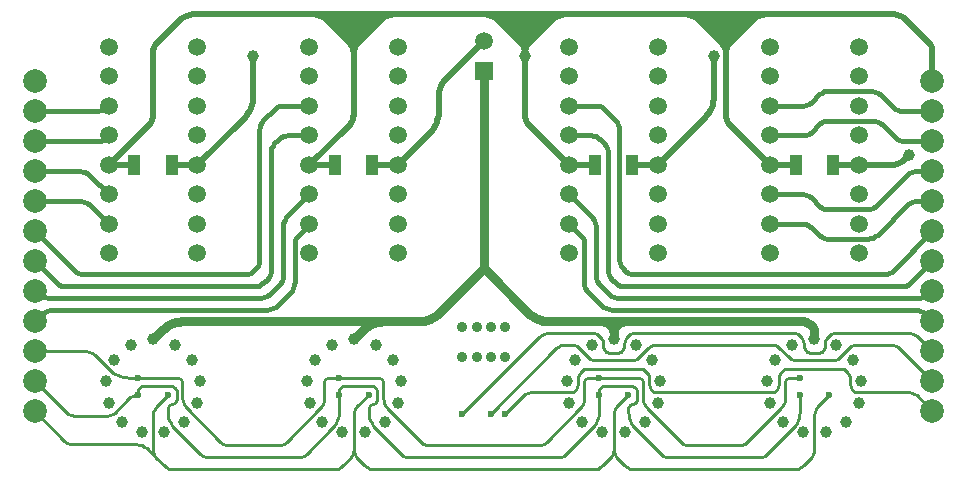
<source format=gbl>
%FSLAX25Y25*%
%MOIN*%
G70*
G01*
G75*
G04 Layer_Physical_Order=2*
G04 Layer_Color=16711680*
%ADD10C,0.01969*%
%ADD11C,0.01575*%
%ADD12C,0.00984*%
%ADD13C,0.01181*%
%ADD14R,0.02953X0.02362*%
%ADD15R,0.07087X0.02756*%
%ADD16R,0.02362X0.02953*%
%ADD17C,0.07874*%
%ADD18C,0.05906*%
%ADD19C,0.03937*%
%ADD20R,0.05906X0.05906*%
%ADD21C,0.03543*%
%ADD22C,0.02362*%
%ADD23C,0.03150*%
%ADD24R,0.03937X0.06890*%
G36*
X13780Y73622D02*
X13780D01*
X3339Y84115D01*
X2710Y84535D01*
X2156Y84646D01*
X24803D01*
X13780Y73622D01*
D02*
G37*
G36*
X-54931Y84646D02*
X-32283D01*
X-43307Y73622D01*
X-43307D01*
X-53748Y84115D01*
X-54376Y84535D01*
X-54931Y84646D01*
X-55118D01*
Y84683D01*
X-54931Y84646D01*
D02*
G37*
G36*
X80709Y73622D02*
X80709D01*
X70268Y84115D01*
X69639Y84535D01*
X69085Y84646D01*
X91732D01*
X80709Y73622D01*
D02*
G37*
G36*
X69085Y84646D02*
X68898D01*
Y84683D01*
X69085Y84646D01*
D02*
G37*
G36*
X2156Y84646D02*
X1969D01*
Y84683D01*
X2156Y84646D01*
D02*
G37*
D10*
X82087Y75000D02*
X81502Y74287D01*
X81067Y73474D01*
X80799Y72591D01*
X80709Y71673D01*
X94095Y84646D02*
X92982Y84536D01*
X91912Y84212D01*
X90926Y83685D01*
X90062Y82975D01*
X27165Y84646D02*
X26053Y84536D01*
X24983Y84212D01*
X23997Y83685D01*
X23133Y82975D01*
X-43307Y71673D02*
X-43398Y72591D01*
X-43665Y73474D01*
X-44100Y74287D01*
X-44685Y75000D01*
X-52660Y82975D02*
X-53525Y83685D01*
X-54510Y84212D01*
X-55580Y84536D01*
X-56693Y84646D01*
X149606Y71510D02*
X149532Y72457D01*
X149310Y73379D01*
X148947Y74256D01*
X148451Y75066D01*
X147835Y75787D01*
X140551Y83071D02*
X139736Y83740D01*
X138807Y84236D01*
X137798Y84542D01*
X136749Y84646D01*
X71355Y82975D02*
X70493Y83683D01*
X69510Y84210D01*
X68443Y84535D01*
X67334Y84646D01*
X4426Y82975D02*
X3562Y83685D01*
X2576Y84212D01*
X1506Y84536D01*
X394Y84646D01*
X-29921D02*
X-31034Y84536D01*
X-32104Y84212D01*
X-33090Y83685D01*
X-33954Y82975D01*
X80709Y51181D02*
X80800Y50254D01*
X81070Y49362D01*
X81510Y48541D01*
X82101Y47821D01*
X80709Y71673D02*
X80618Y72591D01*
X80351Y73474D01*
X79916Y74287D01*
X79331Y75000D01*
X-44699Y47821D02*
X-44108Y48541D01*
X-43669Y49362D01*
X-43398Y50254D01*
X-43307Y51181D01*
X-41929Y75000D02*
X-42514Y74287D01*
X-42949Y73474D01*
X-43217Y72591D01*
X-43307Y71673D01*
X-96850Y84646D02*
X-97963Y84536D01*
X-99033Y84212D01*
X-100019Y83685D01*
X-100883Y82975D01*
X-108858Y75000D02*
X-109443Y74287D01*
X-109878Y73474D01*
X-110146Y72591D01*
X-110236Y71673D01*
X-111628Y47821D02*
X-111037Y48541D01*
X-110598Y49362D01*
X-110327Y50254D01*
X-110236Y51181D01*
X-12032Y63834D02*
X-12691Y63107D01*
X-13275Y62319D01*
X-13780Y61477D01*
X-14199Y60590D01*
X-14530Y59666D01*
X-14769Y58714D01*
X-14912Y57744D01*
X-14961Y56763D01*
X-17890Y45103D02*
X-17231Y45830D01*
X-16646Y46618D01*
X-16141Y47460D01*
X-15722Y48347D01*
X-15391Y49271D01*
X-15153Y50223D01*
X-15009Y51193D01*
X-14961Y52174D01*
X136614Y34449D02*
X137721Y34595D01*
X138753Y35022D01*
X139639Y35702D01*
X73843Y50221D02*
X74502Y50948D01*
X75086Y51736D01*
X75591Y52578D01*
X76011Y53465D01*
X76341Y54389D01*
X76579Y55341D01*
X76723Y56312D01*
X76772Y57292D01*
X-79701Y50221D02*
X-79041Y50948D01*
X-78457Y51736D01*
X-77952Y52578D01*
X-77533Y53465D01*
X-77202Y54389D01*
X-76964Y55341D01*
X-76820Y56312D01*
X-76772Y57292D01*
X13780Y51181D02*
X13871Y50254D01*
X14141Y49362D01*
X14581Y48541D01*
X15171Y47821D01*
X15157Y75000D02*
X14572Y74287D01*
X14138Y73474D01*
X13870Y72591D01*
X13780Y71673D01*
X13689Y72591D01*
X13421Y73474D01*
X12987Y74287D01*
X12402Y75000D01*
X82087Y75000D02*
X90062Y82975D01*
X15157Y75000D02*
X23133Y82975D01*
X-52660D02*
X-44685Y75000D01*
X149606Y62283D02*
Y71510D01*
X140551Y83071D02*
X147835Y75787D01*
X71355Y82975D02*
X79331Y75000D01*
X67334Y84646D02*
X136749D01*
X394D02*
X67334D01*
X4426Y82975D02*
X12402Y75000D01*
X-96850Y84646D02*
X-29921D01*
X394D01*
X-41929Y75000D02*
X-33954Y82975D01*
X82101Y47821D02*
X95473Y34449D01*
X80709Y51181D02*
Y71673D01*
X15171Y47821D02*
X28543Y34449D01*
X-58071D02*
X-44699Y47821D01*
X-43307Y51181D02*
Y71673D01*
X-108858Y75000D02*
X-100883Y82975D01*
X-110236Y51181D02*
Y71673D01*
X-125000Y34449D02*
X-111628Y47821D01*
X-12032Y63834D02*
X0Y75866D01*
X-14961Y52174D02*
Y56763D01*
X-28543Y34449D02*
X-17890Y45103D01*
X139639Y35702D02*
X141732Y37795D01*
X125000Y34449D02*
X136614D01*
X76772Y57292D02*
Y70866D01*
X58071Y34449D02*
X73843Y50221D01*
X-95472Y34449D02*
X-79701Y50221D01*
X-76772Y57292D02*
Y70866D01*
X-104035Y34449D02*
X-95472D01*
X-125000D02*
X-116437D01*
X-58071D02*
X-49508D01*
X-37106D02*
X-28543D01*
X28543D02*
X37106D01*
X49508D02*
X58071D01*
X95473Y34449D02*
X104035D01*
X116437Y34449D02*
X125000D01*
X13780Y51181D02*
Y70866D01*
Y71673D01*
D11*
X-131295Y21058D02*
X-132161Y21723D01*
X-133170Y22141D01*
X-134252Y22284D01*
X-131285Y30891D02*
X-132005Y31482D01*
X-132827Y31922D01*
X-133719Y32192D01*
X-134646Y32283D01*
X-128740Y42283D02*
X-127658Y42426D01*
X-126649Y42844D01*
X-125783Y43508D01*
X-129467Y52283D02*
X-128479Y52361D01*
X-127515Y52593D01*
X-126599Y52972D01*
X-125754Y53490D01*
X-125000Y54134D01*
X147061Y-15171D02*
X146341Y-14580D01*
X145519Y-14141D01*
X144628Y-13871D01*
X143701Y-13780D01*
X38970Y-12199D02*
X39788Y-12870D01*
X40721Y-13369D01*
X41734Y-13676D01*
X42787Y-13780D01*
X33465Y-4331D02*
X33574Y-5443D01*
X33899Y-6513D01*
X34426Y-7499D01*
X35135Y-8363D01*
X33465Y8450D02*
X33350Y9320D01*
X33014Y10131D01*
X32480Y10827D01*
X133465Y-1969D02*
X134355Y-1881D01*
X135211Y-1621D01*
X135999Y-1200D01*
X136691Y-632D01*
X47244Y-787D02*
X48079Y-1428D01*
X49052Y-1831D01*
X50095Y-1969D01*
X45276Y2851D02*
X45413Y1808D01*
X45816Y835D01*
X46457Y0D01*
X45276Y46083D02*
X45185Y47001D01*
X44918Y47883D01*
X44483Y48697D01*
X43898Y49409D01*
X40148Y53159D02*
X39459Y53688D01*
X38656Y54021D01*
X37795Y54134D01*
X139764Y-5906D02*
X140797Y-5770D01*
X141760Y-5371D01*
X142587Y-4736D01*
X43701Y-4724D02*
X44536Y-5365D01*
X45509Y-5768D01*
X46552Y-5906D01*
X41339Y-394D02*
X41430Y-1321D01*
X41700Y-2212D01*
X42140Y-3034D01*
X42731Y-3754D01*
X41339Y38976D02*
X41209Y39960D01*
X40829Y40877D01*
X40225Y41665D01*
X38976Y42913D02*
X38263Y43499D01*
X37450Y43933D01*
X36568Y44201D01*
X35650Y44291D01*
X145276Y-9843D02*
X146314Y-9740D01*
X147312Y-9437D01*
X148233Y-8946D01*
X149039Y-8283D01*
X41732Y-8661D02*
X42568Y-9302D01*
X43540Y-9705D01*
X44584Y-9843D01*
X37402Y-2104D02*
X37505Y-3153D01*
X37811Y-4161D01*
X38308Y-5091D01*
X38976Y-5906D01*
X37402Y14070D02*
X37264Y15119D01*
X36859Y16095D01*
X36215Y16935D01*
X143701Y22284D02*
X142864Y22173D01*
X142085Y21850D01*
X141416Y21337D01*
X131312Y11233D02*
X131313Y11235D01*
X127953Y9843D02*
X128880Y9934D01*
X129771Y10204D01*
X130592Y10643D01*
X131312Y11233D01*
X143701Y32283D02*
X142717Y32154D01*
X141800Y31774D01*
X141012Y31170D01*
X127953Y19685D02*
X128937Y19815D01*
X129854Y20194D01*
X130641Y20799D01*
X109324Y13511D02*
X108438Y14191D01*
X107406Y14618D01*
X106299Y14764D01*
X111879Y10956D02*
X112666Y10352D01*
X113583Y9972D01*
X114567Y9843D01*
X109324Y23354D02*
X108438Y24033D01*
X107406Y24461D01*
X106299Y24606D01*
X111879Y20799D02*
X112666Y20194D01*
X113583Y19815D01*
X114567Y19685D01*
X137008Y43701D02*
X137741Y43099D01*
X138578Y42652D01*
X139486Y42377D01*
X140430Y42283D01*
X133037Y47672D02*
X132240Y48326D01*
X131330Y48812D01*
X130343Y49112D01*
X129317Y49213D01*
X136453Y53704D02*
X137188Y53101D01*
X138027Y52653D01*
X138937Y52377D01*
X139883Y52284D01*
X132365Y57793D02*
X131472Y58478D01*
X130432Y58908D01*
X129317Y59055D01*
X106299Y44291D02*
X107406Y44437D01*
X108438Y44864D01*
X109324Y45544D01*
X114567Y49213D02*
X113583Y49083D01*
X112666Y48703D01*
X111879Y48099D01*
X106299Y54134D02*
X107406Y54280D01*
X108438Y54707D01*
X109324Y55387D01*
X114567Y59055D02*
X113583Y58926D01*
X112666Y58546D01*
X111879Y57942D01*
X-65743Y16935D02*
X-66386Y16095D01*
X-66791Y15119D01*
X-66929Y14070D01*
X-68504Y-5906D02*
X-67835Y-5091D01*
X-67338Y-4161D01*
X-67032Y-3153D01*
X-66929Y-2104D01*
X-65177Y44291D02*
X-66095Y44201D01*
X-66978Y43933D01*
X-67791Y43499D01*
X-68504Y42913D01*
X-69753Y41665D02*
X-70357Y40877D01*
X-70737Y39960D01*
X-70866Y38976D01*
X-72258Y-3754D02*
X-71667Y-3034D01*
X-71228Y-2212D01*
X-70957Y-1321D01*
X-70866Y-394D01*
X-67323Y54134D02*
X-68184Y54021D01*
X-68986Y53688D01*
X-69675Y53159D01*
X-73425Y49409D02*
X-74010Y48697D01*
X-74445Y47883D01*
X-74713Y47001D01*
X-74803Y46083D01*
X-75984Y0D02*
X-75343Y835D01*
X-74941Y1808D01*
X-74803Y2851D01*
X-62008Y10827D02*
X-62542Y10131D01*
X-62878Y9320D01*
X-62992Y8450D01*
X-64662Y-8363D02*
X-63953Y-7499D01*
X-63426Y-6513D01*
X-63102Y-5443D01*
X-62992Y-4331D01*
X-72315Y-13780D02*
X-71262Y-13676D01*
X-70249Y-13369D01*
X-69316Y-12870D01*
X-68498Y-12199D01*
X-149039Y-8283D02*
X-148233Y-8946D01*
X-147312Y-9437D01*
X-146314Y-9740D01*
X-145276Y-9843D01*
X-136691Y-632D02*
X-135999Y-1200D01*
X-135211Y-1621D01*
X-134355Y-1881D01*
X-133465Y-1969D01*
X-79623D02*
X-78579Y-1831D01*
X-77607Y-1428D01*
X-76772Y-787D01*
X-142587Y-4736D02*
X-141760Y-5371D01*
X-140797Y-5770D01*
X-139764Y-5906D01*
X-76080D02*
X-75036Y-5768D01*
X-74063Y-5365D01*
X-73228Y-4724D01*
X-74111Y-9843D02*
X-73068Y-9705D01*
X-72095Y-9302D01*
X-71260Y-8661D01*
X-143701Y-13780D02*
X-144628Y-13871D01*
X-145519Y-14141D01*
X-146340Y-14580D01*
X-147060Y-15171D01*
X-147061Y-15171D01*
X-125783Y43508D02*
X-125000Y44291D01*
X-131295Y21058D02*
X-125000Y14764D01*
X-149606Y22284D02*
X-134252D01*
X-131285Y30891D02*
X-125000Y24606D01*
X-149606Y32283D02*
X-134646D01*
X-149606Y42283D02*
X-128740D01*
X-149606Y52284D02*
X-129467D01*
X147061Y-15171D02*
X149606Y-17717D01*
X42787Y-13780D02*
X143701D01*
X35135Y-8363D02*
X38970Y-12199D01*
X33465Y-4331D02*
Y8450D01*
X46457Y0D02*
X47244Y-787D01*
X42731Y-3754D02*
X43701Y-4724D01*
X136691Y-632D02*
X149606Y12284D01*
X50095Y-1969D02*
X133465D01*
X45276Y2851D02*
Y46083D01*
X40148Y53159D02*
X43898Y49409D01*
X28543Y54134D02*
X37795D01*
X38976Y42913D02*
X40225Y41665D01*
X142587Y-4736D02*
X149606Y2283D01*
X46552Y-5906D02*
X139764D01*
X41339Y-394D02*
Y38976D01*
X28543Y44291D02*
X35650D01*
X149039Y-8283D02*
X149606Y-7717D01*
X44584Y-9843D02*
X145276D01*
X38976Y-5906D02*
X41732Y-8661D01*
X37402Y-2104D02*
Y14070D01*
X28543Y24606D02*
X36215Y16935D01*
X28543Y14764D02*
X32480Y10827D01*
X143701Y22284D02*
X149606D01*
X131313Y11235D02*
X141416Y21337D01*
X131312Y11233D02*
X131313Y11235D01*
X114567Y9843D02*
X127953D01*
X143701Y32283D02*
X149606D01*
X130641Y20799D02*
X141012Y31170D01*
X114567Y19685D02*
X127953D01*
X95472Y14764D02*
X106299D01*
X109324Y13511D02*
X111879Y10956D01*
X95472Y24606D02*
X106299D01*
X109324Y23354D02*
X111879Y20799D01*
X140430Y42283D02*
X149606D01*
X133037Y47672D02*
X137008Y43701D01*
X114567Y49213D02*
X129317D01*
X139883Y52284D02*
X149606D01*
X132365Y57793D02*
X136453Y53704D01*
X114567Y59055D02*
X129317D01*
X95472Y44291D02*
X106299D01*
X109324Y45544D02*
X111879Y48099D01*
X95472Y54134D02*
X106299D01*
X109324Y55387D02*
X111879Y57942D01*
X-62008Y10827D02*
X-58071Y14764D01*
X-65743Y16935D02*
X-58071Y24606D01*
X-66929Y-2104D02*
Y14070D01*
X-71260Y-8661D02*
X-68504Y-5906D01*
X-65177Y44291D02*
X-58071D01*
X-70866Y-394D02*
Y38976D01*
X-69753Y41665D02*
X-68504Y42913D01*
X-67323Y54134D02*
X-58071D01*
X-73425Y49409D02*
X-69675Y53159D01*
X-74803Y2851D02*
Y46083D01*
X-73228Y-4724D02*
X-72258Y-3754D01*
X-76772Y-787D02*
X-75984Y0D01*
X-62992Y-4331D02*
Y8450D01*
X-68498Y-12199D02*
X-64662Y-8363D01*
X-149606Y-7717D02*
X-149039Y-8283D01*
X-149606Y2283D02*
X-142587Y-4736D01*
X-149606Y12284D02*
X-136691Y-632D01*
X-149606Y-17717D02*
X-147061Y-15171D01*
X-133465Y-1969D02*
X-79623D01*
X-139764Y-5906D02*
X-76080D01*
X-145276Y-9843D02*
X-74111D01*
X-143701Y-13780D02*
X-72315D01*
D12*
X44488Y-46063D02*
X43847Y-46898D01*
X43444Y-47871D01*
X43307Y-48914D01*
X24708Y-62992D02*
X25751Y-62855D01*
X26724Y-62452D01*
X27559Y-61811D01*
X36179Y-53191D02*
X36829Y-52450D01*
X37376Y-51631D01*
X37812Y-50747D01*
X38129Y-49813D01*
X38321Y-48847D01*
X38386Y-47863D01*
X59055Y-61811D02*
X59890Y-62452D01*
X60863Y-62855D01*
X61907Y-62992D01*
X48228Y-47863D02*
X48293Y-48847D01*
X48485Y-49813D01*
X48802Y-50747D01*
X49238Y-51631D01*
X49785Y-52450D01*
X50435Y-53191D01*
X49606Y-45276D02*
X50720Y-44814D01*
X51181Y-43701D01*
X49606Y-45276D02*
X48632Y-45679D01*
X48228Y-46654D01*
X51181Y-40945D02*
X50720Y-39831D01*
X49606Y-39370D01*
X39764D02*
X38789Y-39774D01*
X38386Y-40748D01*
X53150Y-37795D02*
X52746Y-36821D01*
X51772Y-36417D01*
X53150Y-43307D02*
X53241Y-44234D01*
X53511Y-45126D01*
X53951Y-45947D01*
X54541Y-46668D01*
X34843Y-36417D02*
X33868Y-36821D01*
X33465Y-37795D01*
X43307Y-60236D02*
X43398Y-61163D01*
X43669Y-62055D01*
X44108Y-62876D01*
X44699Y-63597D01*
X41915D02*
X42506Y-62876D01*
X42945Y-62055D01*
X43216Y-61163D01*
X43307Y-60236D01*
X36912Y-66929D02*
X37956Y-66792D01*
X38929Y-66389D01*
X39764Y-65748D01*
X32073Y-46668D02*
X32074Y-46667D01*
X32664Y-45947D01*
X33103Y-45125D01*
X33373Y-44234D01*
X33465Y-43307D01*
X17869Y-59055D02*
X19004Y-58906D01*
X20061Y-58468D01*
X20969Y-57771D01*
X65645D02*
X66553Y-58468D01*
X67610Y-58906D01*
X68745Y-59055D01*
X84799D02*
X85933Y-58906D01*
X86990Y-58468D01*
X87898Y-57771D01*
X99003Y-46667D02*
X99593Y-45947D01*
X100032Y-45125D01*
X100302Y-44234D01*
X100394Y-43307D01*
X99002Y-46668D02*
X99003Y-46667D01*
X103841Y-66929D02*
X104885Y-66792D01*
X105858Y-66389D01*
X106693Y-65748D01*
X108844Y-63597D02*
X109435Y-62876D01*
X109874Y-62055D01*
X110145Y-61163D01*
X110236Y-60236D01*
X101772Y-36417D02*
X100797Y-36821D01*
X100394Y-37795D01*
X103108Y-53191D02*
X103758Y-52450D01*
X104306Y-51631D01*
X104741Y-50747D01*
X105058Y-49813D01*
X105251Y-48847D01*
X105315Y-47863D01*
X91637Y-62992D02*
X92680Y-62855D01*
X93653Y-62452D01*
X94488Y-61811D01*
X111417Y-46063D02*
X110776Y-46898D01*
X110374Y-47871D01*
X110236Y-48914D01*
X-20969Y-57771D02*
X-20061Y-58468D01*
X-19004Y-58906D01*
X-17869Y-59055D01*
X-68745D02*
X-67610Y-58906D01*
X-66553Y-58468D01*
X-65645Y-57771D01*
X-54541Y-46667D02*
X-53950Y-45947D01*
X-53511Y-45125D01*
X-53241Y-44234D01*
X-53150Y-43307D01*
X-54541Y-46668D02*
X-54541Y-46667D01*
X-49702Y-66929D02*
X-48658Y-66792D01*
X-47686Y-66389D01*
X-46850Y-65748D01*
X-44699Y-63597D02*
X-44108Y-62876D01*
X-43669Y-62055D01*
X-43398Y-61163D01*
X-43307Y-60236D01*
X-43216Y-61163D01*
X-42945Y-62055D01*
X-42506Y-62876D01*
X-41915Y-63597D01*
X-51772Y-36417D02*
X-52746Y-36821D01*
X-53150Y-37795D01*
X-33465Y-43307D02*
X-33373Y-44234D01*
X-33103Y-45126D01*
X-32664Y-45947D01*
X-32073Y-46668D01*
X-33465Y-37795D02*
X-33868Y-36821D01*
X-34843Y-36417D01*
X-46850Y-39370D02*
X-47825Y-39774D01*
X-48228Y-40748D01*
X-35433Y-40945D02*
X-35894Y-39831D01*
X-37008Y-39370D01*
Y-45276D02*
X-37982Y-45679D01*
X-38386Y-46654D01*
X-37008Y-45276D02*
X-35894Y-44814D01*
X-35433Y-43701D01*
X-38386Y-47863D02*
X-38321Y-48847D01*
X-38129Y-49813D01*
X-37812Y-50747D01*
X-37376Y-51631D01*
X-36829Y-52450D01*
X-36179Y-53191D01*
X-27559Y-61811D02*
X-26724Y-62452D01*
X-25751Y-62855D01*
X-24708Y-62992D01*
X-50435Y-53191D02*
X-49785Y-52450D01*
X-49238Y-51631D01*
X-48802Y-50747D01*
X-48485Y-49813D01*
X-48293Y-48847D01*
X-48228Y-47863D01*
X-61907Y-62992D02*
X-60863Y-62855D01*
X-59890Y-62452D01*
X-59055Y-61811D01*
X-42126Y-46063D02*
X-42767Y-46898D01*
X-43170Y-47871D01*
X-43307Y-48914D01*
X-87898Y-57771D02*
X-86990Y-58468D01*
X-85933Y-58906D01*
X-84799Y-59055D01*
X-100394Y-43307D02*
X-100302Y-44234D01*
X-100032Y-45126D01*
X-99593Y-45947D01*
X-99002Y-46668D01*
X-100394Y-37795D02*
X-100797Y-36821D01*
X-101772Y-36417D01*
X-102362Y-40945D02*
X-102823Y-39831D01*
X-103937Y-39370D01*
Y-45276D02*
X-104911Y-45679D01*
X-105315Y-46654D01*
X-103937Y-45276D02*
X-102823Y-44814D01*
X-102362Y-43701D01*
X-105315Y-47863D02*
X-105251Y-48847D01*
X-105058Y-49813D01*
X-104741Y-50747D01*
X-104306Y-51631D01*
X-103758Y-52450D01*
X-103108Y-53191D01*
X-94488Y-61811D02*
X-93653Y-62452D01*
X-92680Y-62855D01*
X-91637Y-62992D01*
X-109055Y-46063D02*
X-109696Y-46898D01*
X-110099Y-47871D01*
X-110236Y-48914D01*
X-106693Y-65748D02*
X-105858Y-66389D01*
X-104885Y-66792D01*
X-103841Y-66929D01*
X-39764Y-65748D02*
X-38929Y-66389D01*
X-37956Y-66792D01*
X-36912Y-66929D01*
X46850Y-65748D02*
X47686Y-66389D01*
X48658Y-66792D01*
X49702Y-66929D01*
X-125045Y-33617D02*
X-124349Y-34247D01*
X-123596Y-34806D01*
X-122791Y-35288D01*
X-121943Y-35689D01*
X-121059Y-36006D01*
X-120149Y-36234D01*
X-119221Y-36371D01*
X-118283Y-36417D01*
X-129720Y-28941D02*
X-130586Y-28277D01*
X-131595Y-27859D01*
X-132677Y-27716D01*
X-113779Y-39370D02*
X-114754Y-39774D01*
X-115157Y-40748D01*
X-116142Y-42323D02*
X-117051Y-42504D01*
X-117822Y-43018D01*
X-118517Y-43714D02*
X-118518Y-43715D01*
X-125591Y-49213D02*
X-124607Y-49083D01*
X-123690Y-48703D01*
X-122902Y-48099D01*
X-139331Y-47992D02*
X-138468Y-48654D01*
X-137463Y-49071D01*
X-136384Y-49213D01*
X-110236Y-60236D02*
X-110145Y-61163D01*
X-109874Y-62055D01*
X-109435Y-62876D01*
X-108844Y-63597D01*
X-112388Y-60053D02*
X-113108Y-59462D01*
X-113929Y-59023D01*
X-114821Y-58753D01*
X-115748Y-58661D01*
X-139842Y-57480D02*
X-139007Y-58121D01*
X-138035Y-58524D01*
X-136991Y-58661D01*
X38583Y-22441D02*
X37710Y-21858D01*
X36682Y-21654D01*
X39764Y-25292D02*
X39626Y-24249D01*
X39224Y-23276D01*
X38583Y-22441D01*
X39764Y-25292D02*
X39886Y-26217D01*
X40242Y-27078D01*
X40810Y-27818D01*
X42086Y-28346D01*
X31677Y-26559D02*
X30992Y-26034D01*
X30195Y-25703D01*
X29339Y-25591D01*
X34843Y-29724D02*
X35539Y-30258D01*
X36349Y-30594D01*
X37219Y-30709D01*
X34578Y-33465D02*
X33549Y-33669D01*
X32677Y-34252D01*
X32087Y-34843D02*
X31621Y-35539D01*
X31457Y-36361D01*
X30709Y-40551D02*
X31263Y-39722D01*
X31457Y-38743D01*
X21260Y-21654D02*
X20276Y-21783D01*
X19359Y-22163D01*
X18572Y-22767D01*
X26772Y-25591D02*
X25788Y-25720D01*
X24871Y-26100D01*
X24083Y-26704D01*
X15748Y-41339D02*
X14764Y-41468D01*
X13847Y-41848D01*
X13060Y-42452D01*
X28808Y-41339D02*
X29836Y-41134D01*
X30709Y-40551D01*
X55905D02*
X56778Y-41134D01*
X57806Y-41339D01*
X55157Y-38743D02*
X55351Y-39722D01*
X55905Y-40551D01*
X55157Y-36361D02*
X54993Y-35539D01*
X54528Y-34843D01*
X53937Y-34252D02*
X53065Y-33669D01*
X52036Y-33465D01*
X49395Y-30709D02*
X50265Y-30594D01*
X51076Y-30258D01*
X51772Y-29724D01*
X57275Y-25591D02*
X56419Y-25703D01*
X55622Y-26034D01*
X54937Y-26559D01*
X44528Y-28346D02*
X45804Y-27818D01*
X46372Y-27078D01*
X46729Y-26217D01*
X46850Y-25292D01*
X48031Y-22441D02*
X47391Y-23276D01*
X46988Y-24249D01*
X46850Y-25292D01*
X49933Y-21654D02*
X48904Y-21858D01*
X48031Y-22441D01*
X122835Y-40551D02*
X123707Y-41134D01*
X124736Y-41339D01*
X122086Y-38743D02*
X122280Y-39722D01*
X122835Y-40551D01*
X122086Y-36361D02*
X121922Y-35539D01*
X121457Y-34843D01*
X120866Y-34252D02*
X119994Y-33669D01*
X118965Y-33465D01*
X116325Y-30709D02*
X117194Y-30594D01*
X118005Y-30258D01*
X118701Y-29724D01*
X124204Y-25591D02*
X123348Y-25703D01*
X122551Y-26034D01*
X121866Y-26559D01*
X111457Y-28346D02*
X112733Y-27818D01*
X113301Y-27078D01*
X113658Y-26217D01*
X113779Y-25292D01*
X114961Y-22441D02*
X114320Y-23276D01*
X113917Y-24249D01*
X113779Y-25292D01*
X116862Y-21654D02*
X115833Y-21858D01*
X114961Y-22441D01*
X95737Y-41339D02*
X96766Y-41134D01*
X97638Y-40551D01*
X98192Y-39722D01*
X98387Y-38743D01*
X99016Y-34843D02*
X98550Y-35539D01*
X98387Y-36361D01*
X101507Y-33465D02*
X100478Y-33669D01*
X99606Y-34252D01*
X101772Y-29724D02*
X102468Y-30258D01*
X103278Y-30594D01*
X104148Y-30709D01*
X98606Y-26559D02*
X97922Y-26034D01*
X97124Y-25703D01*
X96268Y-25591D01*
X107739Y-27818D02*
X109016Y-28346D01*
X106693Y-25292D02*
X106815Y-26217D01*
X107171Y-27078D01*
X107739Y-27818D01*
X106693Y-25292D02*
X106555Y-24249D01*
X106153Y-23276D01*
X105512Y-22441D01*
X104640Y-21858D01*
X103611Y-21654D01*
X144545Y-22656D02*
X143837Y-22112D01*
X143012Y-21770D01*
X142126Y-21654D01*
X138819Y-26929D02*
X138126Y-26361D01*
X137336Y-25938D01*
X136479Y-25678D01*
X135587Y-25591D01*
X144286Y-42396D02*
X143538Y-41822D01*
X142667Y-41462D01*
X141732Y-41339D01*
X44488Y-46063D02*
X48228Y-42323D01*
X38386Y-47863D02*
Y-42323D01*
Y-40748D01*
X27559Y-61811D02*
X36179Y-53191D01*
X-24708Y-62992D02*
X24708D01*
X50435Y-53191D02*
X59055Y-61811D01*
X51181Y-43701D02*
Y-40945D01*
X39764Y-39370D02*
X49606D01*
X48228Y-47863D02*
Y-46654D01*
X53150Y-43307D02*
Y-37795D01*
X34843Y-36417D02*
X38386D01*
X51772D01*
X33465Y-43307D02*
Y-37795D01*
X43307Y-60236D02*
Y-48914D01*
X44699Y-63597D02*
X46850Y-65748D01*
X39764D02*
X41915Y-63597D01*
X20969Y-57771D02*
X32073Y-46668D01*
X32074Y-46667D01*
X-17869Y-59055D02*
X17869D01*
X54541Y-46668D02*
X65645Y-57771D01*
X68745Y-59055D02*
X84799D01*
X99002Y-46668D02*
X99003Y-46667D01*
X87898Y-57771D02*
X99002Y-46668D01*
X106693Y-65748D02*
X108844Y-63597D01*
X110236Y-60236D02*
Y-48914D01*
X100394Y-43307D02*
Y-37795D01*
X101772Y-36417D02*
X105315D01*
X61907Y-62992D02*
X91637D01*
X94488Y-61811D02*
X103108Y-53191D01*
X105315Y-47863D02*
Y-42323D01*
X111417Y-46063D02*
X115157Y-42323D01*
X-32073Y-46668D02*
X-20969Y-57771D01*
X-84799Y-59055D02*
X-68745D01*
X-54541Y-46668D02*
X-54541Y-46667D01*
X-65645Y-57771D02*
X-54541Y-46668D01*
X-46850Y-65748D02*
X-44699Y-63597D01*
X-41915D02*
X-39764Y-65748D01*
X-43307Y-60236D02*
Y-48914D01*
X-53150Y-43307D02*
Y-37795D01*
X-48228Y-36417D02*
X-34843D01*
X-51772D02*
X-48228D01*
X-33465Y-43307D02*
Y-37795D01*
X-38386Y-47863D02*
Y-46654D01*
X-46850Y-39370D02*
X-37008D01*
X-35433Y-43701D02*
Y-40945D01*
X-36179Y-53191D02*
X-27559Y-61811D01*
X-59055D02*
X-50435Y-53191D01*
X-48228Y-42323D02*
Y-40748D01*
Y-47863D02*
Y-42323D01*
X-42126Y-46063D02*
X-38386Y-42323D01*
X-99002Y-46668D02*
X-87898Y-57771D01*
X-100394Y-43307D02*
Y-37795D01*
X-105315Y-47863D02*
Y-46654D01*
X-113779Y-39370D02*
X-103937D01*
X-102362Y-43701D02*
Y-40945D01*
X-103108Y-53191D02*
X-94488Y-61811D01*
X-109055Y-46063D02*
X-105315Y-42323D01*
X-91637Y-62992D02*
X-61907D01*
X-103841Y-66929D02*
X-49702D01*
X-36912D02*
X36912D01*
X49702D02*
X103841D01*
X-118283Y-36417D02*
X-115157D01*
X-101772D01*
X-129720Y-28941D02*
X-125045Y-33617D01*
X-149606Y-27716D02*
X-132677D01*
X-122902Y-48099D02*
X-118518Y-43715D01*
X-117822Y-43019D01*
X-115157Y-42323D02*
Y-40748D01*
X-136384Y-49213D02*
X-125591D01*
X-149606Y-37716D02*
X-139331Y-47992D01*
X-116142Y-42323D02*
X-115157Y-42323D01*
X-112388Y-60053D02*
X-108844Y-63597D01*
X-106693Y-65748D01*
X-110236Y-60236D02*
Y-48914D01*
X-136991Y-58661D02*
X-115748D01*
X-149606Y-47717D02*
X-139842Y-57480D01*
X31677Y-26559D02*
X34843Y-29724D01*
X31457Y-38743D02*
Y-36361D01*
X32087Y-34843D02*
X32677Y-34252D01*
X-7087Y-48425D02*
X18572Y-22767D01*
X21260Y-21654D02*
X36682D01*
X2362Y-48425D02*
X24083Y-26704D01*
X26772Y-25591D02*
X29339D01*
X7087Y-48425D02*
X13060Y-42452D01*
X15748Y-41339D02*
X28808D01*
X53937Y-34252D02*
X54528Y-34843D01*
X55157Y-38743D02*
Y-36361D01*
X34578Y-33465D02*
X52036D01*
X37219Y-30709D02*
X49395D01*
X51772Y-29724D02*
X54937Y-26559D01*
X42086Y-28346D02*
X44528D01*
X120866Y-34252D02*
X121457Y-34843D01*
X122086Y-38743D02*
Y-36361D01*
X101507Y-33465D02*
X118965D01*
X104148Y-30709D02*
X116325D01*
X118701Y-29724D02*
X121866Y-26559D01*
X109016Y-28346D02*
X111457D01*
X99016Y-34843D02*
X99606Y-34252D01*
X98387Y-38743D02*
Y-36361D01*
X98606Y-26559D02*
X101772Y-29724D01*
X49933Y-21654D02*
X103611D01*
X57275Y-25591D02*
X96268D01*
X57806Y-41339D02*
X95737D01*
X144545Y-22656D02*
X149606Y-27716D01*
X116862Y-21654D02*
X142126D01*
X138819Y-26929D02*
X149606Y-37716D01*
X124204Y-25591D02*
X135587D01*
X144286Y-42396D02*
X149606Y-47717D01*
X124736Y-41339D02*
X141732D01*
D17*
X149606Y-47717D02*
D03*
Y-37716D02*
D03*
Y-27716D02*
D03*
Y-17717D02*
D03*
Y-7717D02*
D03*
Y32283D02*
D03*
Y22284D02*
D03*
Y12284D02*
D03*
Y2283D02*
D03*
Y42283D02*
D03*
Y52284D02*
D03*
Y62283D02*
D03*
X-149606Y-47717D02*
D03*
Y-37716D02*
D03*
Y-27716D02*
D03*
Y-17717D02*
D03*
Y-7717D02*
D03*
Y32283D02*
D03*
Y22284D02*
D03*
Y12284D02*
D03*
Y2283D02*
D03*
Y42283D02*
D03*
Y52284D02*
D03*
Y62283D02*
D03*
D18*
X95472Y54134D02*
D03*
Y63976D02*
D03*
Y44291D02*
D03*
Y34449D02*
D03*
Y24606D02*
D03*
Y14764D02*
D03*
X95473Y4921D02*
D03*
X125000D02*
D03*
X125000Y14764D02*
D03*
Y24606D02*
D03*
Y34449D02*
D03*
Y44291D02*
D03*
X125000Y73819D02*
D03*
X125000Y63976D02*
D03*
Y54134D02*
D03*
X95473Y73819D02*
D03*
X28543Y54134D02*
D03*
Y63976D02*
D03*
Y44291D02*
D03*
Y34449D02*
D03*
Y24606D02*
D03*
Y14764D02*
D03*
X28543Y4921D02*
D03*
X58071D02*
D03*
X58071Y14764D02*
D03*
Y24606D02*
D03*
Y34449D02*
D03*
Y44291D02*
D03*
X58071Y73819D02*
D03*
X58071Y63976D02*
D03*
Y54134D02*
D03*
X28543Y73819D02*
D03*
X-58071Y54134D02*
D03*
Y63976D02*
D03*
Y44291D02*
D03*
Y34449D02*
D03*
Y24606D02*
D03*
Y14764D02*
D03*
X-58071Y4921D02*
D03*
X-28543D02*
D03*
X-28543Y14764D02*
D03*
Y24606D02*
D03*
Y34449D02*
D03*
Y44291D02*
D03*
X-28543Y73819D02*
D03*
X-28543Y63976D02*
D03*
Y54134D02*
D03*
X-58071Y73819D02*
D03*
X-125000Y54134D02*
D03*
Y63976D02*
D03*
Y44291D02*
D03*
Y34449D02*
D03*
Y24606D02*
D03*
Y14764D02*
D03*
X-125000Y4921D02*
D03*
X-95473D02*
D03*
X-95472Y14764D02*
D03*
Y24606D02*
D03*
Y34449D02*
D03*
Y44291D02*
D03*
X-95473Y73819D02*
D03*
X-95472Y63976D02*
D03*
Y54134D02*
D03*
X-125000Y73819D02*
D03*
X0Y75866D02*
D03*
D19*
X106467Y-54660D02*
D03*
X99793Y-51157D02*
D03*
X95511Y-44954D02*
D03*
X94603Y-37472D02*
D03*
X97276Y-30424D02*
D03*
X102918Y-25426D02*
D03*
X114005Y-54660D02*
D03*
X120679Y-51157D02*
D03*
X124961Y-44954D02*
D03*
X125869Y-37472D02*
D03*
X123196Y-30424D02*
D03*
X117555Y-25426D02*
D03*
X110236Y-23622D02*
D03*
X-76772Y70866D02*
D03*
X76772D02*
D03*
X141732Y37795D02*
D03*
X-47076Y-54660D02*
D03*
X-53750Y-51157D02*
D03*
X-58032Y-44954D02*
D03*
X-58940Y-37472D02*
D03*
X-56267Y-30424D02*
D03*
X-50625Y-25426D02*
D03*
X-39538Y-54660D02*
D03*
X-32864Y-51157D02*
D03*
X-28582Y-44954D02*
D03*
X-27674Y-37472D02*
D03*
X-30347Y-30424D02*
D03*
X-35989Y-25426D02*
D03*
X-43307Y-23622D02*
D03*
X39538Y-54660D02*
D03*
X32864Y-51157D02*
D03*
X28582Y-44954D02*
D03*
X27674Y-37472D02*
D03*
X30347Y-30424D02*
D03*
X35989Y-25426D02*
D03*
X47076Y-54660D02*
D03*
X53750Y-51157D02*
D03*
X58032Y-44954D02*
D03*
X58940Y-37472D02*
D03*
X56267Y-30424D02*
D03*
X50625Y-25426D02*
D03*
X43307Y-23622D02*
D03*
X-114005Y-54660D02*
D03*
X-120679Y-51157D02*
D03*
X-124961Y-44954D02*
D03*
X-125869Y-37472D02*
D03*
X-123196Y-30424D02*
D03*
X-117555Y-25426D02*
D03*
X-106467Y-54660D02*
D03*
X-99793Y-51157D02*
D03*
X-95511Y-44954D02*
D03*
X-94603Y-37472D02*
D03*
X-97276Y-30424D02*
D03*
X-102918Y-25426D02*
D03*
X-110236Y-23622D02*
D03*
X13780Y70866D02*
D03*
D20*
X0Y65866D02*
D03*
D21*
X-2362Y-19685D02*
D03*
X2362D02*
D03*
X-7087D02*
D03*
X7087D02*
D03*
X-2362Y-29528D02*
D03*
X2362D02*
D03*
X-7087D02*
D03*
X7087D02*
D03*
D22*
X7087Y-48425D02*
D03*
X2362D02*
D03*
X-7087D02*
D03*
X38386Y-36417D02*
D03*
X48228Y-42323D02*
D03*
X38386D02*
D03*
X105315D02*
D03*
X115157D02*
D03*
X105315Y-36417D02*
D03*
X-48228Y-42323D02*
D03*
X-38386D02*
D03*
X-48228Y-36417D02*
D03*
X-115157Y-42323D02*
D03*
X-105315D02*
D03*
X-115157Y-36417D02*
D03*
D23*
X-100394Y-17717D02*
X-101458Y-17776D01*
X-102509Y-17955D01*
X-103533Y-18250D01*
X-104518Y-18658D01*
X-105450Y-19173D01*
X-106320Y-19790D01*
X-107115Y-20500D01*
X-33465Y-17717D02*
X-34529Y-17776D01*
X-35580Y-17955D01*
X-36604Y-18250D01*
X-37589Y-18658D01*
X-38521Y-19173D01*
X-39391Y-19790D01*
X-40185Y-20500D01*
X-21859Y-17717D02*
X-20878Y-17668D01*
X-19908Y-17524D01*
X-18956Y-17286D01*
X-18032Y-16955D01*
X-17145Y-16536D01*
X-16303Y-16031D01*
X-15515Y-15447D01*
X-14788Y-14788D01*
X14788D02*
X15515Y-15447D01*
X16303Y-16031D01*
X17145Y-16536D01*
X18032Y-16955D01*
X18956Y-17286D01*
X19908Y-17524D01*
X20878Y-17668D01*
X21859Y-17717D01*
X43307Y-21654D02*
X43173Y-20635D01*
X42780Y-19685D01*
X42154Y-18870D01*
X41339Y-18244D01*
X40389Y-17851D01*
X39370Y-17717D01*
X47244D02*
X46225Y-17851D01*
X45276Y-18244D01*
X44460Y-18870D01*
X43835Y-19685D01*
X43441Y-20635D01*
X43307Y-21654D01*
X110236D02*
X110102Y-20635D01*
X109709Y-19685D01*
X109083Y-18870D01*
X108268Y-18244D01*
X107318Y-17851D01*
X106299Y-17717D01*
X-110236Y-23622D02*
X-107115Y-20500D01*
X-43307Y-23622D02*
X-40185Y-20500D01*
X-33465Y-17717D02*
X-21859D01*
X-100394D02*
X-33465D01*
X21859D02*
X39370D01*
X43307Y-23622D02*
Y-21654D01*
X39370Y-17717D02*
X106299D01*
X110236Y-23622D02*
Y-21654D01*
X0Y0D02*
Y65866D01*
Y0D02*
X14788Y-14788D01*
X-14788D02*
X0Y0D01*
D24*
X-104035Y34449D02*
D03*
X-116437D02*
D03*
X-37106D02*
D03*
X-49508D02*
D03*
X49508D02*
D03*
X37106D02*
D03*
X116437D02*
D03*
X104035D02*
D03*
M02*

</source>
